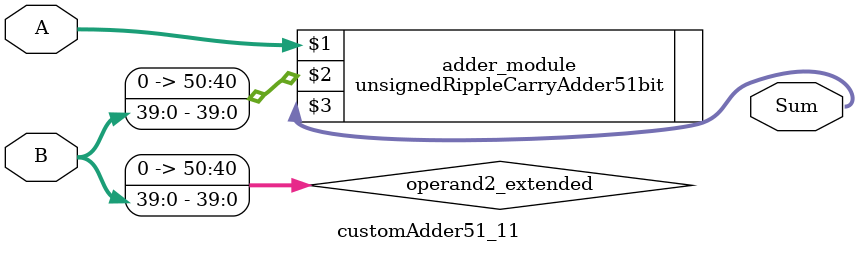
<source format=v>
module customAdder51_11(
                        input [50 : 0] A,
                        input [39 : 0] B,
                        
                        output [51 : 0] Sum
                );

        wire [50 : 0] operand2_extended;
        
        assign operand2_extended =  {11'b0, B};
        
        unsignedRippleCarryAdder51bit adder_module(
            A,
            operand2_extended,
            Sum
        );
        
        endmodule
        
</source>
